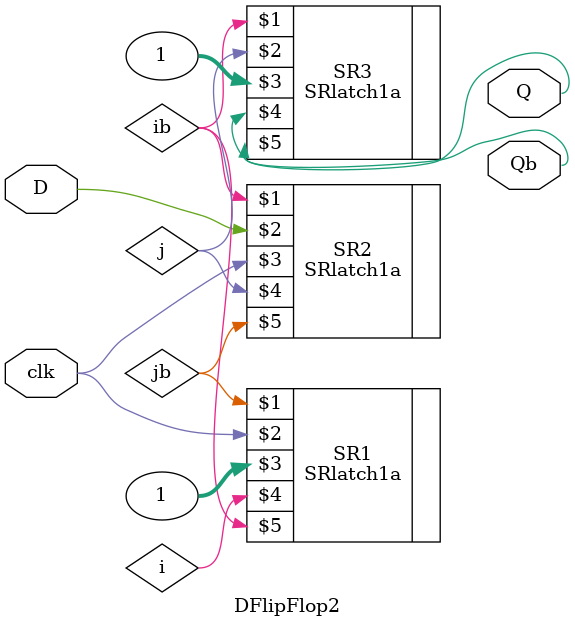
<source format=v>
`timescale 1ns/1ns
module DFlipFlop2(input D, clk, output Q, Qb);
	wire i, ib, j, jb;
	SRlatch1a SR1(jb, clk, 1, i, ib), SR2(ib, D, clk, j, jb), SR3(ib, j, 1, Q, Qb);
endmodule

</source>
